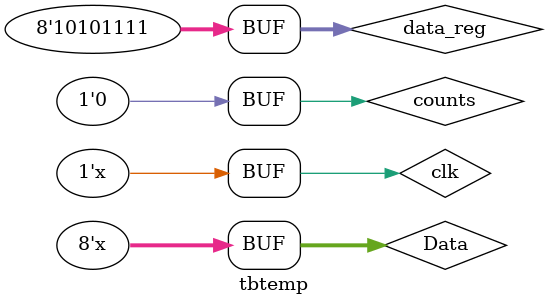
<source format=v>
module temporary(Data,clk,counts);
inout [7:0] Data;
reg [7:0] temp;
reg [7:0] data_out;
input clk,counts;

assign Data  = (!counts) ? data_out : 8'bz; //data pins will work as output

always @(posedge clk)
begin
	if(counts) begin temp <= Data; end
	else if (!counts) begin data_out <= temp; end
end
endmodule 

module tbtemp();
reg clk,counts;
wire [7:0] Data;
reg [7:0] data_reg;
temporary temp(Data,clk,counts);

assign Data = (counts)? data_reg: 8'bz;
always begin #5 clk=~clk; end

initial begin
clk=1'b0;

//writing data
data_reg = 8'b1;
counts=1;
#50;
data_reg = 8'b10101111;
counts=1;
#20;

//reading data
counts=0;
#20;

end
endmodule

</source>
